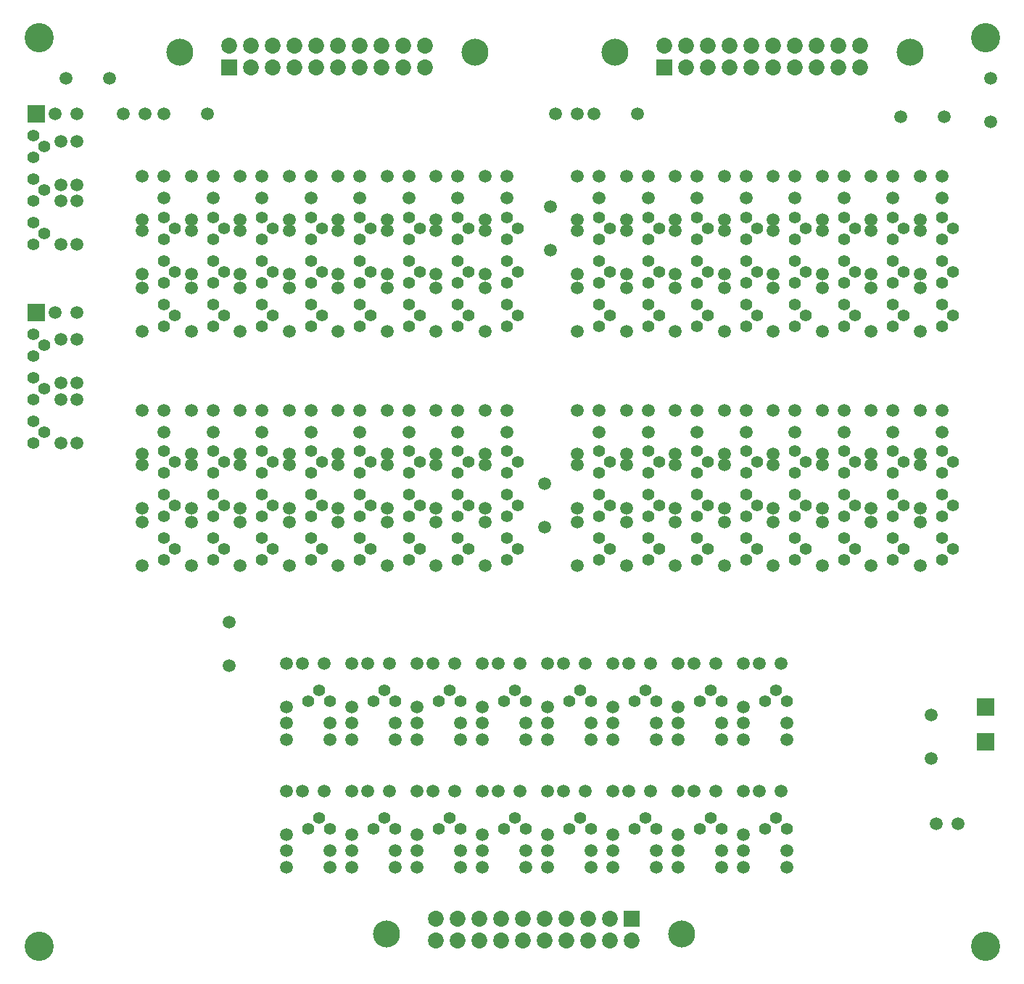
<source format=gbs>
G75*
G70*
%OFA0B0*%
%FSLAX24Y24*%
%IPPOS*%
%LPD*%
%AMOC8*
5,1,8,0,0,1.08239X$1,22.5*
%
%ADD10C,0.0556*%
%ADD11C,0.0595*%
%ADD12R,0.0730X0.0730*%
%ADD13C,0.0730*%
%ADD14C,0.1240*%
%ADD15R,0.0789X0.0789*%
%ADD16C,0.1340*%
D10*
X016285Y009250D03*
X016785Y009750D03*
X017285Y009250D03*
X019285Y009250D03*
X019785Y009750D03*
X020285Y009250D03*
X022285Y009250D03*
X022785Y009750D03*
X023285Y009250D03*
X025285Y009250D03*
X025785Y009750D03*
X026285Y009250D03*
X028285Y009250D03*
X028785Y009750D03*
X029285Y009250D03*
X031285Y009250D03*
X031785Y009750D03*
X032285Y009250D03*
X034285Y009250D03*
X034785Y009750D03*
X035285Y009250D03*
X037285Y009250D03*
X037785Y009750D03*
X038285Y009250D03*
X038285Y015125D03*
X037785Y015625D03*
X037285Y015125D03*
X035285Y015125D03*
X034785Y015625D03*
X034285Y015125D03*
X032285Y015125D03*
X031785Y015625D03*
X031285Y015125D03*
X029285Y015125D03*
X028785Y015625D03*
X028285Y015125D03*
X026285Y015125D03*
X025785Y015625D03*
X025285Y015125D03*
X023285Y015125D03*
X022785Y015625D03*
X022285Y015125D03*
X020285Y015125D03*
X019785Y015625D03*
X019285Y015125D03*
X017285Y015125D03*
X016785Y015625D03*
X016285Y015125D03*
X016410Y021625D03*
X016910Y022125D03*
X016410Y022625D03*
X016410Y023625D03*
X016910Y024125D03*
X016410Y024625D03*
X016410Y025625D03*
X016910Y026125D03*
X016410Y026625D03*
X014660Y026125D03*
X014160Y025625D03*
X014160Y024625D03*
X014660Y024125D03*
X014160Y023625D03*
X014160Y022625D03*
X014660Y022125D03*
X014160Y021625D03*
X012410Y022125D03*
X011910Y021625D03*
X011910Y022625D03*
X011910Y023625D03*
X012410Y024125D03*
X011910Y024625D03*
X011910Y025625D03*
X012410Y026125D03*
X011910Y026625D03*
X010160Y026125D03*
X009660Y025625D03*
X009660Y024625D03*
X010160Y024125D03*
X009660Y023625D03*
X009660Y022625D03*
X010160Y022125D03*
X009660Y021625D03*
X009660Y026625D03*
X014160Y026625D03*
X018660Y026625D03*
X019160Y026125D03*
X018660Y025625D03*
X018660Y024625D03*
X019160Y024125D03*
X018660Y023625D03*
X018660Y022625D03*
X019160Y022125D03*
X018660Y021625D03*
X020910Y021625D03*
X021410Y022125D03*
X020910Y022625D03*
X020910Y023625D03*
X021410Y024125D03*
X020910Y024625D03*
X020910Y025625D03*
X021410Y026125D03*
X020910Y026625D03*
X023160Y026625D03*
X023660Y026125D03*
X023160Y025625D03*
X023160Y024625D03*
X023660Y024125D03*
X023160Y023625D03*
X023160Y022625D03*
X023660Y022125D03*
X023160Y021625D03*
X025410Y021625D03*
X025910Y022125D03*
X025410Y022625D03*
X025410Y023625D03*
X025910Y024125D03*
X025410Y024625D03*
X025410Y025625D03*
X025910Y026125D03*
X025410Y026625D03*
X029660Y026625D03*
X030160Y026125D03*
X029660Y025625D03*
X029660Y024625D03*
X030160Y024125D03*
X029660Y023625D03*
X029660Y022625D03*
X030160Y022125D03*
X029660Y021625D03*
X031910Y021625D03*
X032410Y022125D03*
X031910Y022625D03*
X031910Y023625D03*
X032410Y024125D03*
X031910Y024625D03*
X031910Y025625D03*
X032410Y026125D03*
X031910Y026625D03*
X034160Y026625D03*
X034660Y026125D03*
X034160Y025625D03*
X034160Y024625D03*
X034660Y024125D03*
X034160Y023625D03*
X034160Y022625D03*
X034660Y022125D03*
X034160Y021625D03*
X036410Y021625D03*
X036910Y022125D03*
X036410Y022625D03*
X036410Y023625D03*
X036910Y024125D03*
X036410Y024625D03*
X036410Y025625D03*
X036910Y026125D03*
X036410Y026625D03*
X038660Y026625D03*
X039160Y026125D03*
X038660Y025625D03*
X038660Y024625D03*
X039160Y024125D03*
X038660Y023625D03*
X038660Y022625D03*
X039160Y022125D03*
X038660Y021625D03*
X040910Y021625D03*
X041410Y022125D03*
X040910Y022625D03*
X040910Y023625D03*
X041410Y024125D03*
X040910Y024625D03*
X040910Y025625D03*
X041410Y026125D03*
X040910Y026625D03*
X043160Y026625D03*
X043660Y026125D03*
X043160Y025625D03*
X043160Y024625D03*
X043660Y024125D03*
X043160Y023625D03*
X043160Y022625D03*
X043660Y022125D03*
X043160Y021625D03*
X045410Y021625D03*
X045910Y022125D03*
X045410Y022625D03*
X045410Y023625D03*
X045910Y024125D03*
X045410Y024625D03*
X045410Y025625D03*
X045910Y026125D03*
X045410Y026625D03*
X045410Y032375D03*
X045910Y032875D03*
X045410Y033375D03*
X045410Y034375D03*
X045910Y034875D03*
X045410Y035375D03*
X045410Y036375D03*
X045910Y036875D03*
X045410Y037375D03*
X043660Y036875D03*
X043160Y036375D03*
X043160Y035375D03*
X043660Y034875D03*
X043160Y034375D03*
X043160Y033375D03*
X043660Y032875D03*
X043160Y032375D03*
X041410Y032875D03*
X040910Y032375D03*
X040910Y033375D03*
X040910Y034375D03*
X041410Y034875D03*
X040910Y035375D03*
X040910Y036375D03*
X041410Y036875D03*
X040910Y037375D03*
X039160Y036875D03*
X038660Y036375D03*
X038660Y035375D03*
X039160Y034875D03*
X038660Y034375D03*
X038660Y033375D03*
X039160Y032875D03*
X038660Y032375D03*
X036910Y032875D03*
X036410Y032375D03*
X036410Y033375D03*
X036410Y034375D03*
X036910Y034875D03*
X036410Y035375D03*
X036410Y036375D03*
X036910Y036875D03*
X036410Y037375D03*
X034660Y036875D03*
X034160Y036375D03*
X034160Y035375D03*
X034660Y034875D03*
X034160Y034375D03*
X034160Y033375D03*
X034660Y032875D03*
X034160Y032375D03*
X032410Y032875D03*
X031910Y032375D03*
X031910Y033375D03*
X031910Y034375D03*
X032410Y034875D03*
X031910Y035375D03*
X031910Y036375D03*
X032410Y036875D03*
X031910Y037375D03*
X030160Y036875D03*
X029660Y036375D03*
X029660Y035375D03*
X030160Y034875D03*
X029660Y034375D03*
X029660Y033375D03*
X030160Y032875D03*
X029660Y032375D03*
X025910Y032875D03*
X025410Y032375D03*
X025410Y033375D03*
X025410Y034375D03*
X025910Y034875D03*
X025410Y035375D03*
X025410Y036375D03*
X025910Y036875D03*
X025410Y037375D03*
X023660Y036875D03*
X023160Y036375D03*
X023160Y035375D03*
X023660Y034875D03*
X023160Y034375D03*
X023160Y033375D03*
X023660Y032875D03*
X023160Y032375D03*
X021410Y032875D03*
X020910Y032375D03*
X020910Y033375D03*
X020910Y034375D03*
X021410Y034875D03*
X020910Y035375D03*
X020910Y036375D03*
X021410Y036875D03*
X020910Y037375D03*
X019160Y036875D03*
X018660Y036375D03*
X018660Y035375D03*
X019160Y034875D03*
X018660Y034375D03*
X018660Y033375D03*
X019160Y032875D03*
X018660Y032375D03*
X016910Y032875D03*
X016410Y032375D03*
X016410Y033375D03*
X016410Y034375D03*
X016910Y034875D03*
X016410Y035375D03*
X016410Y036375D03*
X016910Y036875D03*
X016410Y037375D03*
X014660Y036875D03*
X014160Y036375D03*
X014160Y035375D03*
X014660Y034875D03*
X014160Y034375D03*
X014160Y033375D03*
X014660Y032875D03*
X014160Y032375D03*
X012410Y032875D03*
X011910Y032375D03*
X011910Y033375D03*
X011910Y034375D03*
X012410Y034875D03*
X011910Y035375D03*
X011910Y036375D03*
X012410Y036875D03*
X011910Y037375D03*
X010160Y036875D03*
X009660Y036375D03*
X009660Y035375D03*
X010160Y034875D03*
X009660Y034375D03*
X009660Y033375D03*
X010160Y032875D03*
X009660Y032375D03*
X009660Y037375D03*
X014160Y037375D03*
X018660Y037375D03*
X023160Y037375D03*
X029660Y037375D03*
X034160Y037375D03*
X038660Y037375D03*
X043160Y037375D03*
X004160Y036625D03*
X003660Y036125D03*
X003660Y037125D03*
X003660Y038125D03*
X004160Y038625D03*
X003660Y039125D03*
X003660Y040125D03*
X004160Y040625D03*
X003660Y041125D03*
X003660Y032000D03*
X004160Y031500D03*
X003660Y031000D03*
X003660Y030000D03*
X004160Y029500D03*
X003660Y029000D03*
X003660Y028000D03*
X004160Y027500D03*
X003660Y027000D03*
D11*
X004910Y027000D03*
X005660Y027000D03*
X005660Y029000D03*
X004910Y029000D03*
X004910Y029750D03*
X005660Y029750D03*
X005660Y031750D03*
X004910Y031750D03*
X004660Y033000D03*
X005660Y033000D03*
X008660Y032125D03*
X008660Y034125D03*
X008660Y034750D03*
X008660Y036750D03*
X008660Y037250D03*
X009660Y038250D03*
X009660Y039250D03*
X008660Y039250D03*
X010910Y039250D03*
X011910Y039250D03*
X011910Y038250D03*
X010910Y037250D03*
X010910Y036750D03*
X010910Y034750D03*
X010910Y034125D03*
X010910Y032125D03*
X013160Y032125D03*
X013160Y034125D03*
X013160Y034750D03*
X013160Y036750D03*
X013160Y037250D03*
X014160Y038250D03*
X014160Y039250D03*
X013160Y039250D03*
X015410Y039250D03*
X016410Y039250D03*
X016410Y038250D03*
X015410Y037250D03*
X015410Y036750D03*
X015410Y034750D03*
X015410Y034125D03*
X015410Y032125D03*
X017660Y032125D03*
X017660Y034125D03*
X017660Y034750D03*
X017660Y036750D03*
X017660Y037250D03*
X018660Y038250D03*
X018660Y039250D03*
X017660Y039250D03*
X019910Y039250D03*
X020910Y039250D03*
X020910Y038250D03*
X019910Y037250D03*
X019910Y036750D03*
X019910Y034750D03*
X019910Y034125D03*
X019910Y032125D03*
X022160Y032125D03*
X022160Y034125D03*
X022160Y034750D03*
X022160Y036750D03*
X022160Y037250D03*
X023160Y038250D03*
X023160Y039250D03*
X022160Y039250D03*
X024410Y039250D03*
X025410Y039250D03*
X025410Y038250D03*
X024410Y037250D03*
X024410Y036750D03*
X024410Y034750D03*
X024410Y034125D03*
X024410Y032125D03*
X027410Y035875D03*
X028660Y036750D03*
X028660Y037250D03*
X029660Y038250D03*
X029660Y039250D03*
X028660Y039250D03*
X027410Y037875D03*
X028660Y034750D03*
X028660Y034125D03*
X028660Y032125D03*
X030910Y032125D03*
X030910Y034125D03*
X030910Y034750D03*
X030910Y036750D03*
X030910Y037250D03*
X031910Y038250D03*
X031910Y039250D03*
X030910Y039250D03*
X033160Y039250D03*
X034160Y039250D03*
X034160Y038250D03*
X033160Y037250D03*
X033160Y036750D03*
X033160Y034750D03*
X033160Y034125D03*
X033160Y032125D03*
X035410Y032125D03*
X035410Y034125D03*
X035410Y034750D03*
X035410Y036750D03*
X035410Y037250D03*
X036410Y038250D03*
X036410Y039250D03*
X035410Y039250D03*
X037660Y039250D03*
X038660Y039250D03*
X038660Y038250D03*
X037660Y037250D03*
X037660Y036750D03*
X037660Y034750D03*
X037660Y034125D03*
X037660Y032125D03*
X039910Y032125D03*
X039910Y034125D03*
X039910Y034750D03*
X039910Y036750D03*
X039910Y037250D03*
X040910Y038250D03*
X040910Y039250D03*
X042160Y039250D03*
X043160Y039250D03*
X043160Y038250D03*
X042160Y037250D03*
X042160Y036750D03*
X042160Y034750D03*
X042160Y034125D03*
X042160Y032125D03*
X044410Y032125D03*
X044410Y034125D03*
X044410Y034750D03*
X044410Y036750D03*
X044410Y037250D03*
X045410Y038250D03*
X045410Y039250D03*
X044410Y039250D03*
X043535Y042000D03*
X045535Y042000D03*
X047660Y041750D03*
X047660Y043750D03*
X039910Y039250D03*
X031410Y042125D03*
X029410Y042125D03*
X028660Y042125D03*
X027660Y042125D03*
X028660Y028500D03*
X029660Y028500D03*
X029660Y027500D03*
X028660Y026500D03*
X028660Y026000D03*
X027160Y025125D03*
X028660Y024000D03*
X028660Y023375D03*
X027160Y023125D03*
X028660Y021375D03*
X030910Y021375D03*
X030910Y023375D03*
X030910Y024000D03*
X030910Y026000D03*
X030910Y026500D03*
X031910Y027500D03*
X031910Y028500D03*
X030910Y028500D03*
X033160Y028500D03*
X034160Y028500D03*
X034160Y027500D03*
X033160Y026500D03*
X033160Y026000D03*
X033160Y024000D03*
X033160Y023375D03*
X033160Y021375D03*
X035410Y021375D03*
X035410Y023375D03*
X035410Y024000D03*
X035410Y026000D03*
X035410Y026500D03*
X036410Y027500D03*
X036410Y028500D03*
X035410Y028500D03*
X037660Y028500D03*
X038660Y028500D03*
X038660Y027500D03*
X037660Y026500D03*
X037660Y026000D03*
X037660Y024000D03*
X037660Y023375D03*
X037660Y021375D03*
X039910Y021375D03*
X039910Y023375D03*
X039910Y024000D03*
X039910Y026000D03*
X039910Y026500D03*
X040910Y027500D03*
X040910Y028500D03*
X042160Y028500D03*
X043160Y028500D03*
X043160Y027500D03*
X042160Y026500D03*
X042160Y026000D03*
X042160Y024000D03*
X042160Y023375D03*
X042160Y021375D03*
X044410Y021375D03*
X044410Y023375D03*
X044410Y024000D03*
X044410Y026000D03*
X044410Y026500D03*
X045410Y027500D03*
X045410Y028500D03*
X044410Y028500D03*
X039910Y028500D03*
X038035Y016875D03*
X037035Y016875D03*
X036285Y016875D03*
X035035Y016875D03*
X034035Y016875D03*
X033285Y016875D03*
X032035Y016875D03*
X031035Y016875D03*
X030285Y016875D03*
X029035Y016875D03*
X028035Y016875D03*
X027285Y016875D03*
X026035Y016875D03*
X025035Y016875D03*
X024285Y016875D03*
X023035Y016875D03*
X022035Y016875D03*
X021285Y016875D03*
X020035Y016875D03*
X019035Y016875D03*
X018285Y016875D03*
X017035Y016875D03*
X016035Y016875D03*
X015285Y016875D03*
X015285Y014875D03*
X015285Y014125D03*
X015285Y013375D03*
X017285Y013375D03*
X017285Y014125D03*
X018285Y014125D03*
X018285Y013375D03*
X018285Y014875D03*
X020285Y014125D03*
X020285Y013375D03*
X021285Y013375D03*
X021285Y014125D03*
X021285Y014875D03*
X023285Y014125D03*
X023285Y013375D03*
X024285Y013375D03*
X024285Y014125D03*
X024285Y014875D03*
X026285Y014125D03*
X026285Y013375D03*
X027285Y013375D03*
X027285Y014125D03*
X027285Y014875D03*
X029285Y014125D03*
X029285Y013375D03*
X030285Y013375D03*
X030285Y014125D03*
X030285Y014875D03*
X032285Y014125D03*
X032285Y013375D03*
X033285Y013375D03*
X033285Y014125D03*
X033285Y014875D03*
X035285Y014125D03*
X035285Y013375D03*
X036285Y013375D03*
X036285Y014125D03*
X036285Y014875D03*
X038285Y014125D03*
X038285Y013375D03*
X038035Y011000D03*
X037035Y011000D03*
X036285Y011000D03*
X035035Y011000D03*
X034035Y011000D03*
X033285Y011000D03*
X032035Y011000D03*
X031035Y011000D03*
X030285Y011000D03*
X029035Y011000D03*
X028035Y011000D03*
X027285Y011000D03*
X026035Y011000D03*
X025035Y011000D03*
X024285Y011000D03*
X023035Y011000D03*
X022035Y011000D03*
X021285Y011000D03*
X020035Y011000D03*
X019035Y011000D03*
X018285Y011000D03*
X017035Y011000D03*
X016035Y011000D03*
X015285Y011000D03*
X015285Y009000D03*
X015285Y008250D03*
X015285Y007500D03*
X017285Y007500D03*
X017285Y008250D03*
X018285Y008250D03*
X018285Y007500D03*
X018285Y009000D03*
X020285Y008250D03*
X020285Y007500D03*
X021285Y007500D03*
X021285Y008250D03*
X021285Y009000D03*
X023285Y008250D03*
X023285Y007500D03*
X024285Y007500D03*
X024285Y008250D03*
X024285Y009000D03*
X026285Y008250D03*
X026285Y007500D03*
X027285Y007500D03*
X027285Y008250D03*
X027285Y009000D03*
X029285Y008250D03*
X029285Y007500D03*
X030285Y007500D03*
X030285Y008250D03*
X030285Y009000D03*
X032285Y008250D03*
X032285Y007500D03*
X033285Y007500D03*
X033285Y008250D03*
X033285Y009000D03*
X035285Y008250D03*
X035285Y007500D03*
X036285Y007500D03*
X036285Y008250D03*
X036285Y009000D03*
X038285Y008250D03*
X038285Y007500D03*
X045160Y009500D03*
X046160Y009500D03*
X044910Y012500D03*
X044910Y014500D03*
X025410Y027500D03*
X025410Y028500D03*
X024410Y028500D03*
X023160Y028500D03*
X022160Y028500D03*
X020910Y028500D03*
X019910Y028500D03*
X020910Y027500D03*
X019910Y026500D03*
X019910Y026000D03*
X018660Y027500D03*
X018660Y028500D03*
X017660Y028500D03*
X016410Y028500D03*
X015410Y028500D03*
X016410Y027500D03*
X015410Y026500D03*
X015410Y026000D03*
X014160Y027500D03*
X014160Y028500D03*
X013160Y028500D03*
X011910Y028500D03*
X010910Y028500D03*
X011910Y027500D03*
X010910Y026500D03*
X010910Y026000D03*
X009660Y027500D03*
X009660Y028500D03*
X008660Y028500D03*
X008660Y026500D03*
X008660Y026000D03*
X008660Y024000D03*
X008660Y023375D03*
X008660Y021375D03*
X010910Y021375D03*
X010910Y023375D03*
X010910Y024000D03*
X013160Y024000D03*
X013160Y023375D03*
X013160Y021375D03*
X015410Y021375D03*
X015410Y023375D03*
X015410Y024000D03*
X017660Y024000D03*
X017660Y023375D03*
X017660Y021375D03*
X019910Y021375D03*
X019910Y023375D03*
X019910Y024000D03*
X022160Y024000D03*
X022160Y023375D03*
X022160Y021375D03*
X024410Y021375D03*
X024410Y023375D03*
X024410Y024000D03*
X024410Y026000D03*
X024410Y026500D03*
X023160Y027500D03*
X022160Y026500D03*
X022160Y026000D03*
X017660Y026000D03*
X017660Y026500D03*
X013160Y026500D03*
X013160Y026000D03*
X012660Y018750D03*
X012660Y016750D03*
X005660Y036125D03*
X004910Y036125D03*
X004910Y038125D03*
X004910Y038875D03*
X005660Y038875D03*
X005660Y038125D03*
X005660Y040875D03*
X004910Y040875D03*
X004660Y042125D03*
X005660Y042125D03*
X005160Y043750D03*
X007160Y043750D03*
X007785Y042125D03*
X008785Y042125D03*
X009660Y042125D03*
X011660Y042125D03*
D12*
X012660Y044250D03*
X032660Y044250D03*
X031160Y005125D03*
D13*
X030160Y005125D03*
X029160Y005125D03*
X028160Y005125D03*
X027160Y005125D03*
X026160Y005125D03*
X025160Y005125D03*
X024160Y005125D03*
X024160Y004125D03*
X025160Y004125D03*
X026160Y004125D03*
X027160Y004125D03*
X028160Y004125D03*
X029160Y004125D03*
X030160Y004125D03*
X031160Y004125D03*
X023160Y004125D03*
X022160Y004125D03*
X022160Y005125D03*
X023160Y005125D03*
X021660Y044250D03*
X020660Y044250D03*
X019660Y044250D03*
X018660Y044250D03*
X017660Y044250D03*
X016660Y044250D03*
X015660Y044250D03*
X014660Y044250D03*
X013660Y044250D03*
X013660Y045250D03*
X012660Y045250D03*
X014660Y045250D03*
X015660Y045250D03*
X016660Y045250D03*
X017660Y045250D03*
X018660Y045250D03*
X019660Y045250D03*
X020660Y045250D03*
X021660Y045250D03*
X032660Y045250D03*
X033660Y045250D03*
X033660Y044250D03*
X034660Y044250D03*
X034660Y045250D03*
X035660Y045250D03*
X035660Y044250D03*
X036660Y044250D03*
X036660Y045250D03*
X037660Y045250D03*
X037660Y044250D03*
X038660Y044250D03*
X038660Y045250D03*
X039660Y045250D03*
X039660Y044250D03*
X040660Y044250D03*
X040660Y045250D03*
X041660Y045250D03*
X041660Y044250D03*
D14*
X043950Y044960D03*
X030370Y044960D03*
X023950Y044960D03*
X010370Y044960D03*
X019870Y004415D03*
X033450Y004415D03*
D15*
X047410Y013250D03*
X047410Y014875D03*
X003785Y033000D03*
X003785Y042125D03*
D16*
X003910Y003875D03*
X003910Y045625D03*
X047410Y045625D03*
X047410Y003875D03*
M02*

</source>
